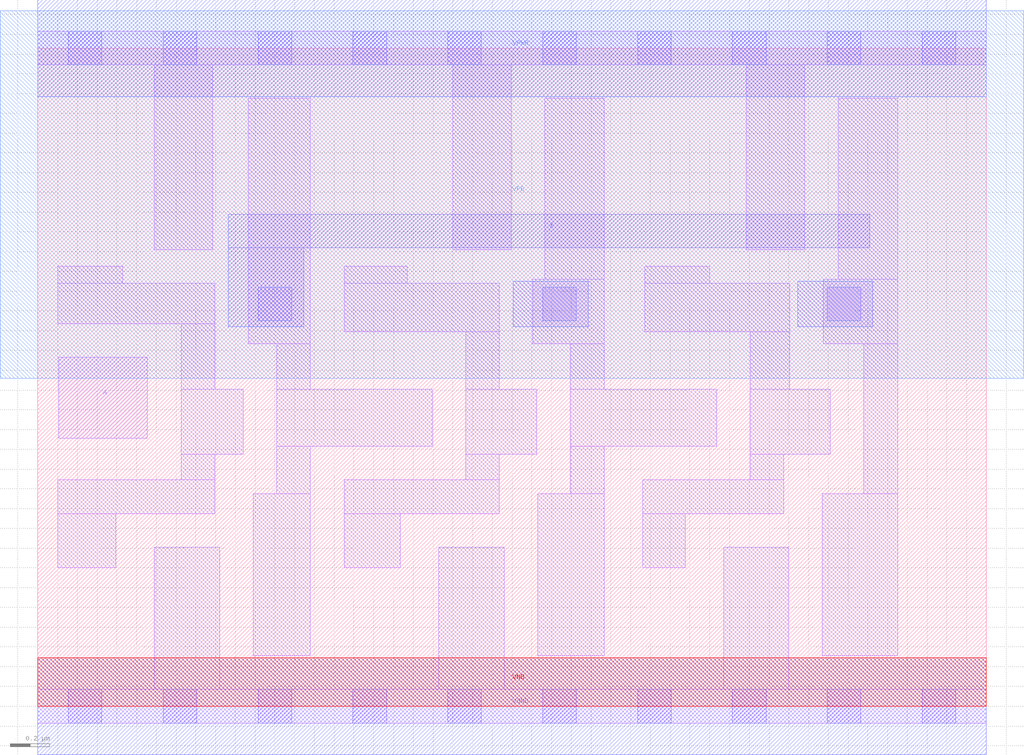
<source format=lef>
# Copyright 2020 The SkyWater PDK Authors
#
# Licensed under the Apache License, Version 2.0 (the "License");
# you may not use this file except in compliance with the License.
# You may obtain a copy of the License at
#
#     https://www.apache.org/licenses/LICENSE-2.0
#
# Unless required by applicable law or agreed to in writing, software
# distributed under the License is distributed on an "AS IS" BASIS,
# WITHOUT WARRANTIES OR CONDITIONS OF ANY KIND, either express or implied.
# See the License for the specific language governing permissions and
# limitations under the License.
#
# SPDX-License-Identifier: Apache-2.0

VERSION 5.7 ;
  NOWIREEXTENSIONATPIN ON ;
  DIVIDERCHAR "/" ;
  BUSBITCHARS "[]" ;
MACRO sky130_fd_sc_ls__dlymetal6s2s_1
  CLASS CORE ;
  FOREIGN sky130_fd_sc_ls__dlymetal6s2s_1 ;
  ORIGIN  0.000000  0.000000 ;
  SIZE  4.800000 BY  3.330000 ;
  SYMMETRY X Y ;
  SITE unit ;
  PIN A
    ANTENNAGATEAREA  0.126000 ;
    DIRECTION INPUT ;
    USE SIGNAL ;
    PORT
      LAYER li1 ;
        RECT 0.105000 1.355000 0.555000 1.765000 ;
    END
  END A
  PIN X
    ANTENNADIFFAREA  0.504100 ;
    ANTENNAGATEAREA  0.126000 ;
    DIRECTION OUTPUT ;
    USE SIGNAL ;
    PORT
      LAYER met1 ;
        RECT 0.965000 1.920000 1.345000 2.320000 ;
        RECT 0.965000 2.320000 4.210000 2.490000 ;
    END
  END X
  PIN VGND
    DIRECTION INOUT ;
    SHAPE ABUTMENT ;
    USE GROUND ;
    PORT
      LAYER met1 ;
        RECT 0.000000 -0.245000 4.800000 0.245000 ;
    END
  END VGND
  PIN VNB
    DIRECTION INOUT ;
    USE GROUND ;
    PORT
      LAYER pwell ;
        RECT 0.000000 0.000000 4.800000 0.245000 ;
    END
  END VNB
  PIN VPB
    DIRECTION INOUT ;
    USE POWER ;
    PORT
      LAYER nwell ;
        RECT -0.190000 1.660000 4.990000 3.520000 ;
    END
  END VPB
  PIN VPWR
    DIRECTION INOUT ;
    SHAPE ABUTMENT ;
    USE POWER ;
    PORT
      LAYER met1 ;
        RECT 0.000000 3.085000 4.800000 3.575000 ;
    END
  END VPWR
  OBS
    LAYER li1 ;
      RECT 0.000000 -0.085000 4.800000 0.085000 ;
      RECT 0.000000  3.245000 4.800000 3.415000 ;
      RECT 0.100000  0.700000 0.395000 0.975000 ;
      RECT 0.100000  0.975000 0.895000 1.145000 ;
      RECT 0.100000  1.935000 0.895000 2.140000 ;
      RECT 0.100000  2.140000 0.430000 2.225000 ;
      RECT 0.590000  0.085000 0.920000 0.805000 ;
      RECT 0.590000  2.310000 0.885000 3.245000 ;
      RECT 0.725000  1.145000 0.895000 1.275000 ;
      RECT 0.725000  1.275000 1.040000 1.605000 ;
      RECT 0.725000  1.605000 0.895000 1.935000 ;
      RECT 1.065000  1.835000 1.380000 3.075000 ;
      RECT 1.090000  0.255000 1.380000 1.075000 ;
      RECT 1.210000  1.075000 1.380000 1.315000 ;
      RECT 1.210000  1.315000 1.995000 1.605000 ;
      RECT 1.210000  1.605000 1.380000 1.835000 ;
      RECT 1.550000  0.700000 1.835000 0.975000 ;
      RECT 1.550000  0.975000 2.335000 1.145000 ;
      RECT 1.550000  1.895000 2.335000 2.140000 ;
      RECT 1.550000  2.140000 1.870000 2.225000 ;
      RECT 2.030000  0.085000 2.360000 0.805000 ;
      RECT 2.100000  2.310000 2.395000 3.245000 ;
      RECT 2.165000  1.145000 2.335000 1.275000 ;
      RECT 2.165000  1.275000 2.525000 1.605000 ;
      RECT 2.165000  1.605000 2.335000 1.895000 ;
      RECT 2.505000  1.835000 2.865000 2.160000 ;
      RECT 2.530000  0.255000 2.865000 1.075000 ;
      RECT 2.565000  2.160000 2.865000 3.075000 ;
      RECT 2.695000  1.075000 2.865000 1.315000 ;
      RECT 2.695000  1.315000 3.435000 1.605000 ;
      RECT 2.695000  1.605000 2.865000 1.835000 ;
      RECT 3.060000  0.700000 3.275000 0.975000 ;
      RECT 3.060000  0.975000 3.775000 1.145000 ;
      RECT 3.070000  1.895000 3.805000 2.140000 ;
      RECT 3.070000  2.140000 3.400000 2.225000 ;
      RECT 3.470000  0.085000 3.800000 0.805000 ;
      RECT 3.585000  2.310000 3.880000 3.245000 ;
      RECT 3.605000  1.145000 3.775000 1.275000 ;
      RECT 3.605000  1.275000 4.010000 1.605000 ;
      RECT 3.605000  1.605000 3.805000 1.895000 ;
      RECT 3.970000  0.255000 4.350000 1.075000 ;
      RECT 3.975000  1.835000 4.350000 2.160000 ;
      RECT 4.050000  2.160000 4.350000 3.075000 ;
      RECT 4.180000  1.075000 4.350000 1.835000 ;
    LAYER mcon ;
      RECT 0.155000 -0.085000 0.325000 0.085000 ;
      RECT 0.155000  3.245000 0.325000 3.415000 ;
      RECT 0.635000 -0.085000 0.805000 0.085000 ;
      RECT 0.635000  3.245000 0.805000 3.415000 ;
      RECT 1.115000 -0.085000 1.285000 0.085000 ;
      RECT 1.115000  1.950000 1.285000 2.120000 ;
      RECT 1.115000  3.245000 1.285000 3.415000 ;
      RECT 1.595000 -0.085000 1.765000 0.085000 ;
      RECT 1.595000  3.245000 1.765000 3.415000 ;
      RECT 2.075000 -0.085000 2.245000 0.085000 ;
      RECT 2.075000  3.245000 2.245000 3.415000 ;
      RECT 2.555000 -0.085000 2.725000 0.085000 ;
      RECT 2.555000  1.950000 2.725000 2.120000 ;
      RECT 2.555000  3.245000 2.725000 3.415000 ;
      RECT 3.035000 -0.085000 3.205000 0.085000 ;
      RECT 3.035000  3.245000 3.205000 3.415000 ;
      RECT 3.515000 -0.085000 3.685000 0.085000 ;
      RECT 3.515000  3.245000 3.685000 3.415000 ;
      RECT 3.995000 -0.085000 4.165000 0.085000 ;
      RECT 3.995000  1.950000 4.165000 2.120000 ;
      RECT 3.995000  3.245000 4.165000 3.415000 ;
      RECT 4.475000 -0.085000 4.645000 0.085000 ;
      RECT 4.475000  3.245000 4.645000 3.415000 ;
    LAYER met1 ;
      RECT 2.405000 1.920000 2.785000 2.150000 ;
      RECT 3.845000 1.920000 4.225000 2.150000 ;
  END
END sky130_fd_sc_ls__dlymetal6s2s_1
END LIBRARY

</source>
